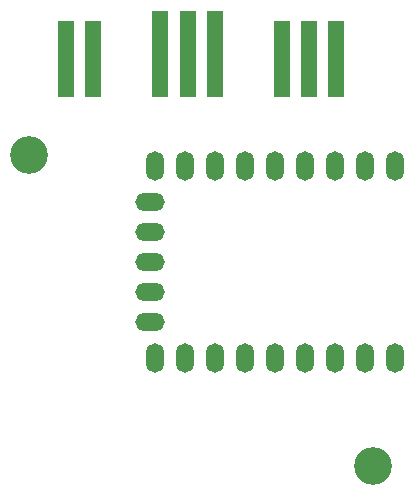
<source format=gbr>
%TF.GenerationSoftware,KiCad,Pcbnew,(6.0.5)*%
%TF.CreationDate,2023-02-05T19:42:25+01:00*%
%TF.ProjectId,PicoMemcard-rp2040zero,5069636f-4d65-46d6-9361-72642d727032,1.3.1*%
%TF.SameCoordinates,Original*%
%TF.FileFunction,Soldermask,Top*%
%TF.FilePolarity,Negative*%
%FSLAX46Y46*%
G04 Gerber Fmt 4.6, Leading zero omitted, Abs format (unit mm)*
G04 Created by KiCad (PCBNEW (6.0.5)) date 2023-02-05 19:42:25*
%MOMM*%
%LPD*%
G01*
G04 APERTURE LIST*
%ADD10O,1.500000X2.500000*%
%ADD11O,2.500000X1.500000*%
%ADD12C,3.200000*%
%ADD13R,1.400000X6.500000*%
%ADD14R,1.400000X7.300000*%
G04 APERTURE END LIST*
D10*
%TO.C,U1*%
X165420000Y-92930000D03*
X162880000Y-92930000D03*
X160340000Y-92930000D03*
X157800000Y-92930000D03*
X155260000Y-92930000D03*
X152720000Y-92930000D03*
X150180000Y-92930000D03*
X147640000Y-92930000D03*
X145100000Y-92930000D03*
D11*
X144600000Y-89890000D03*
X144600000Y-87350000D03*
X144600000Y-84810000D03*
X144600000Y-82270000D03*
X144600000Y-79730000D03*
D10*
X145100000Y-76690000D03*
X147640000Y-76690000D03*
X150180000Y-76690000D03*
X152720000Y-76690000D03*
X155260000Y-76690000D03*
X157800000Y-76690000D03*
X160340000Y-76690000D03*
X162880000Y-76690000D03*
X165420000Y-76690000D03*
%TD*%
D12*
%TO.C,H2*%
X163530000Y-102070000D03*
%TD*%
%TO.C,H1*%
X134370000Y-75730000D03*
%TD*%
D13*
%TO.C,J1*%
X137520000Y-67600000D03*
X139820000Y-67600000D03*
D14*
X145520000Y-67200000D03*
X147820000Y-67200000D03*
X150120000Y-67200000D03*
D13*
X155820000Y-67600000D03*
X158120000Y-67600000D03*
X160420000Y-67600000D03*
%TD*%
M02*

</source>
